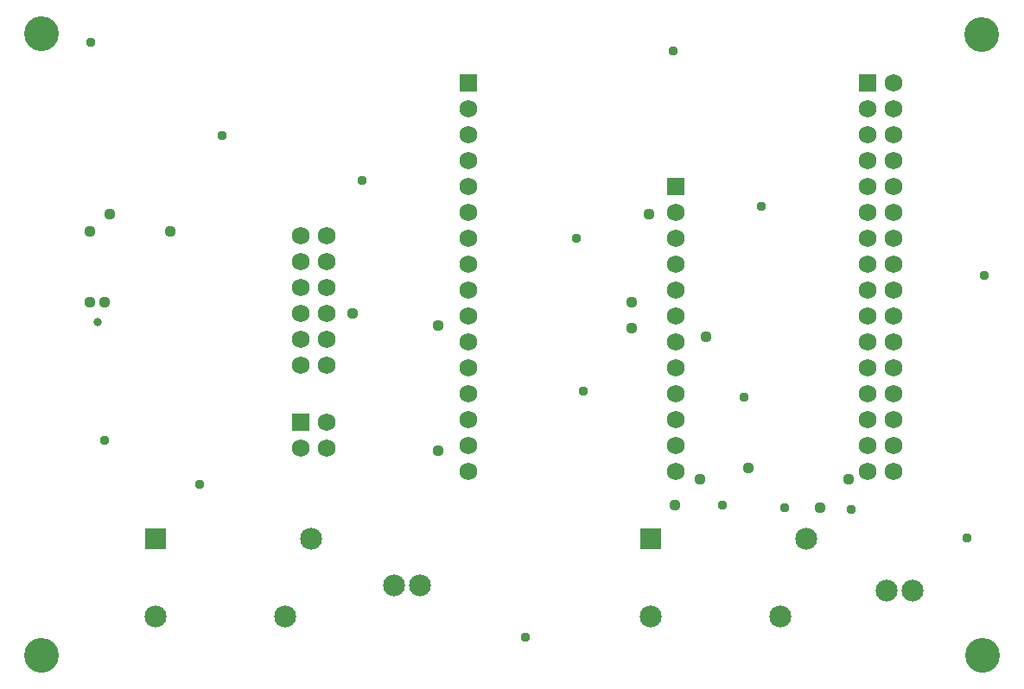
<source format=gbr>
G04 EAGLE Gerber RS-274X export*
G75*
%MOMM*%
%FSLAX34Y34*%
%LPD*%
%INSoldermask Bottom*%
%IPPOS*%
%AMOC8*
5,1,8,0,0,1.08239X$1,22.5*%
G01*
%ADD10C,3.403200*%
%ADD11R,1.733200X1.733200*%
%ADD12C,1.733200*%
%ADD13R,2.153200X2.153200*%
%ADD14C,2.153200*%
%ADD15C,2.146300*%
%ADD16C,0.959600*%
%ADD17C,0.809600*%
%ADD18C,1.117600*%


D10*
X25400Y800100D03*
X946150Y798830D03*
X25400Y190500D03*
X947420Y190500D03*
D11*
X646430Y650240D03*
D12*
X646430Y624840D03*
X646430Y599440D03*
X646430Y574040D03*
X646430Y548640D03*
X646430Y523240D03*
X646430Y497840D03*
X646430Y472440D03*
X646430Y447040D03*
X646430Y421640D03*
X646430Y396240D03*
X646430Y370840D03*
D11*
X443230Y751840D03*
D12*
X443230Y726440D03*
X443230Y701040D03*
X443230Y675640D03*
X443230Y650240D03*
X443230Y624840D03*
X443230Y599440D03*
X443230Y574040D03*
X443230Y548640D03*
X443230Y523240D03*
X443230Y497840D03*
X443230Y472440D03*
X443230Y447040D03*
X443230Y421640D03*
X443230Y396240D03*
X443230Y370840D03*
X279400Y601980D03*
X304800Y601980D03*
X279400Y576580D03*
X304800Y576580D03*
X279400Y551180D03*
X304800Y551180D03*
X279400Y525780D03*
X304800Y525780D03*
X279400Y500380D03*
X304800Y500380D03*
X279400Y474980D03*
X304800Y474980D03*
D11*
X834390Y751840D03*
D12*
X859790Y751840D03*
X834390Y726440D03*
X859790Y726440D03*
X834390Y701040D03*
X859790Y701040D03*
X834390Y675640D03*
X859790Y675640D03*
X834390Y650240D03*
X859790Y650240D03*
X834390Y624840D03*
X859790Y624840D03*
X834390Y599440D03*
X859790Y599440D03*
X834390Y574040D03*
X859790Y574040D03*
X834390Y548640D03*
X859790Y548640D03*
X834390Y523240D03*
X859790Y523240D03*
X834390Y497840D03*
X859790Y497840D03*
X834390Y472440D03*
X859790Y472440D03*
X834390Y447040D03*
X859790Y447040D03*
X834390Y421640D03*
X859790Y421640D03*
X834390Y396240D03*
X859790Y396240D03*
X834390Y370840D03*
X859790Y370840D03*
D13*
X137160Y304700D03*
D14*
X137160Y228700D03*
X289560Y304700D03*
X264160Y228700D03*
D13*
X622300Y304700D03*
D14*
X622300Y228700D03*
X774700Y304700D03*
X749300Y228700D03*
D11*
X279400Y419100D03*
D12*
X304800Y419100D03*
X279400Y393700D03*
X304800Y393700D03*
D15*
X370840Y259080D03*
X396240Y259080D03*
X853440Y254000D03*
X878840Y254000D03*
D16*
X73660Y791210D03*
X201930Y699770D03*
X644398Y783336D03*
X948690Y562610D03*
X499110Y208280D03*
X753110Y335280D03*
X692150Y337820D03*
D17*
X79756Y517144D03*
D16*
X818134Y333502D03*
X339598Y656336D03*
X86614Y401066D03*
X180340Y358394D03*
X932180Y305562D03*
X713232Y443738D03*
X556260Y449580D03*
X549402Y598932D03*
X730250Y630682D03*
D18*
X676148Y502920D03*
X603504Y511302D03*
X413512Y514096D03*
X620268Y623062D03*
X603504Y536448D03*
X72644Y606298D03*
X92202Y623062D03*
X72644Y536448D03*
X150876Y606298D03*
X86614Y536448D03*
X329692Y525272D03*
X718058Y374396D03*
X670560Y363220D03*
X645414Y338074D03*
X413512Y391160D03*
X787908Y335280D03*
X815848Y363220D03*
M02*

</source>
